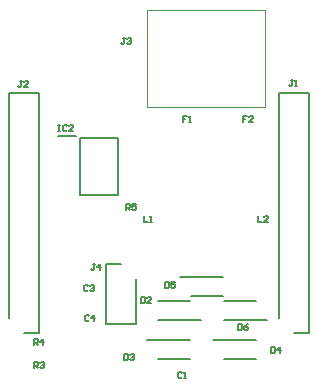
<source format=gto>
G04*
G04 #@! TF.GenerationSoftware,Altium Limited,Altium Designer,19.1.7 (138)*
G04*
G04 Layer_Color=65535*
%FSLAX24Y24*%
%MOIN*%
G70*
G01*
G75*
%ADD10C,0.0079*%
%ADD11C,0.0039*%
%ADD12C,0.0050*%
D10*
X4250Y-9700D02*
Y-8200D01*
X3250Y-9700D02*
X4250D01*
X3250D02*
Y-7700D01*
X3750D01*
X4969Y-8945D02*
X6032D01*
X4969Y-9555D02*
X6396D01*
X4969Y-10855D02*
X6032D01*
X4604Y-10245D02*
X6032D01*
X7168Y-10855D02*
X8231D01*
X6804Y-10245D02*
X8231D01*
X7168Y-8945D02*
X8231D01*
X7168Y-9555D02*
X8596D01*
X6069Y-8755D02*
X7132D01*
X5704Y-8145D02*
X7132D01*
X9000Y-9500D02*
Y-2000D01*
X10000D01*
Y-10000D02*
Y-2000D01*
X9500Y-10000D02*
X10000D01*
X0Y-9500D02*
Y-2000D01*
X1000D01*
Y-10000D02*
Y-2000D01*
X500Y-10000D02*
X1000D01*
X1632Y-3434D02*
X2232D01*
X2370Y-5415D02*
Y-3485D01*
Y-5415D02*
X3630D01*
Y-3485D01*
X2370D02*
X3630D01*
D11*
X8534Y-2464D02*
Y764D01*
X4597Y-2464D02*
X8534D01*
X4597D02*
Y764D01*
X8534D01*
D12*
X2883Y-7700D02*
X2817D01*
X2850D01*
Y-7867D01*
X2817Y-7900D01*
X2783D01*
X2750Y-7867D01*
X3050Y-7900D02*
Y-7700D01*
X2950Y-7800D01*
X3083D01*
X3883Y-150D02*
X3817D01*
X3850D01*
Y-317D01*
X3817Y-350D01*
X3783D01*
X3750Y-317D01*
X3950Y-183D02*
X3983Y-150D01*
X4050D01*
X4083Y-183D01*
Y-217D01*
X4050Y-250D01*
X4017D01*
X4050D01*
X4083Y-283D01*
Y-317D01*
X4050Y-350D01*
X3983D01*
X3950Y-317D01*
X4400Y-8800D02*
Y-9000D01*
X4500D01*
X4533Y-8967D01*
Y-8833D01*
X4500Y-8800D01*
X4400D01*
X4733Y-9000D02*
X4600D01*
X4733Y-8867D01*
Y-8833D01*
X4700Y-8800D01*
X4633D01*
X4600Y-8833D01*
X5783Y-11333D02*
X5750Y-11300D01*
X5683D01*
X5650Y-11333D01*
Y-11467D01*
X5683Y-11500D01*
X5750D01*
X5783Y-11467D01*
X5850Y-11500D02*
X5917D01*
X5883D01*
Y-11300D01*
X5850Y-11333D01*
X3850Y-10700D02*
Y-10900D01*
X3950D01*
X3983Y-10867D01*
Y-10733D01*
X3950Y-10700D01*
X3850D01*
X4050Y-10733D02*
X4083Y-10700D01*
X4150D01*
X4183Y-10733D01*
Y-10767D01*
X4150Y-10800D01*
X4117D01*
X4150D01*
X4183Y-10833D01*
Y-10867D01*
X4150Y-10900D01*
X4083D01*
X4050Y-10867D01*
X8750Y-10450D02*
Y-10650D01*
X8850D01*
X8883Y-10617D01*
Y-10483D01*
X8850Y-10450D01*
X8750D01*
X9050Y-10650D02*
Y-10450D01*
X8950Y-10550D01*
X9083D01*
X7650Y-9700D02*
Y-9900D01*
X7750D01*
X7783Y-9867D01*
Y-9733D01*
X7750Y-9700D01*
X7650D01*
X7983D02*
X7917Y-9733D01*
X7850Y-9800D01*
Y-9867D01*
X7883Y-9900D01*
X7950D01*
X7983Y-9867D01*
Y-9833D01*
X7950Y-9800D01*
X7850D01*
X5200Y-8300D02*
Y-8500D01*
X5300D01*
X5333Y-8467D01*
Y-8333D01*
X5300Y-8300D01*
X5200D01*
X5533D02*
X5400D01*
Y-8400D01*
X5467Y-8367D01*
X5500D01*
X5533Y-8400D01*
Y-8467D01*
X5500Y-8500D01*
X5433D01*
X5400Y-8467D01*
X4500Y-6100D02*
Y-6300D01*
X4633D01*
X4700D02*
X4767D01*
X4733D01*
Y-6100D01*
X4700Y-6133D01*
X8300Y-6100D02*
Y-6300D01*
X8433D01*
X8633D02*
X8500D01*
X8633Y-6167D01*
Y-6133D01*
X8600Y-6100D01*
X8533D01*
X8500Y-6133D01*
X5933Y-2750D02*
X5800D01*
Y-2850D01*
X5867D01*
X5800D01*
Y-2950D01*
X6000D02*
X6067D01*
X6033D01*
Y-2750D01*
X6000Y-2783D01*
X7933Y-2750D02*
X7800D01*
Y-2850D01*
X7867D01*
X7800D01*
Y-2950D01*
X8133D02*
X8000D01*
X8133Y-2817D01*
Y-2783D01*
X8100Y-2750D01*
X8033D01*
X8000Y-2783D01*
X9483Y-1550D02*
X9417D01*
X9450D01*
Y-1717D01*
X9417Y-1750D01*
X9383D01*
X9350Y-1717D01*
X9550Y-1750D02*
X9617D01*
X9583D01*
Y-1550D01*
X9550Y-1583D01*
X3900Y-5900D02*
Y-5700D01*
X4000D01*
X4033Y-5733D01*
Y-5800D01*
X4000Y-5833D01*
X3900D01*
X3967D02*
X4033Y-5900D01*
X4233Y-5700D02*
X4100D01*
Y-5800D01*
X4167Y-5767D01*
X4200D01*
X4233Y-5800D01*
Y-5867D01*
X4200Y-5900D01*
X4133D01*
X4100Y-5867D01*
X433Y-1600D02*
X367D01*
X400D01*
Y-1767D01*
X367Y-1800D01*
X333D01*
X300Y-1767D01*
X633Y-1800D02*
X500D01*
X633Y-1667D01*
Y-1633D01*
X600Y-1600D01*
X533D01*
X500Y-1633D01*
X1650Y-3050D02*
X1717D01*
X1683D01*
Y-3250D01*
X1650D01*
X1717D01*
X1950Y-3083D02*
X1917Y-3050D01*
X1850D01*
X1817Y-3083D01*
Y-3217D01*
X1850Y-3250D01*
X1917D01*
X1950Y-3217D01*
X2150Y-3250D02*
X2017D01*
X2150Y-3117D01*
Y-3083D01*
X2117Y-3050D01*
X2050D01*
X2017Y-3083D01*
X2633Y-8433D02*
X2600Y-8400D01*
X2533D01*
X2500Y-8433D01*
Y-8567D01*
X2533Y-8600D01*
X2600D01*
X2633Y-8567D01*
X2700Y-8433D02*
X2733Y-8400D01*
X2800D01*
X2833Y-8433D01*
Y-8467D01*
X2800Y-8500D01*
X2767D01*
X2800D01*
X2833Y-8533D01*
Y-8567D01*
X2800Y-8600D01*
X2733D01*
X2700Y-8567D01*
X2683Y-9433D02*
X2650Y-9400D01*
X2583D01*
X2550Y-9433D01*
Y-9567D01*
X2583Y-9600D01*
X2650D01*
X2683Y-9567D01*
X2850Y-9600D02*
Y-9400D01*
X2750Y-9500D01*
X2883D01*
X850Y-10400D02*
Y-10200D01*
X950D01*
X983Y-10233D01*
Y-10300D01*
X950Y-10333D01*
X850D01*
X917D02*
X983Y-10400D01*
X1150D02*
Y-10200D01*
X1050Y-10300D01*
X1183D01*
X850Y-11150D02*
Y-10950D01*
X950D01*
X983Y-10983D01*
Y-11050D01*
X950Y-11083D01*
X850D01*
X917D02*
X983Y-11150D01*
X1050Y-10983D02*
X1083Y-10950D01*
X1150D01*
X1183Y-10983D01*
Y-11017D01*
X1150Y-11050D01*
X1117D01*
X1150D01*
X1183Y-11083D01*
Y-11117D01*
X1150Y-11150D01*
X1083D01*
X1050Y-11117D01*
M02*

</source>
